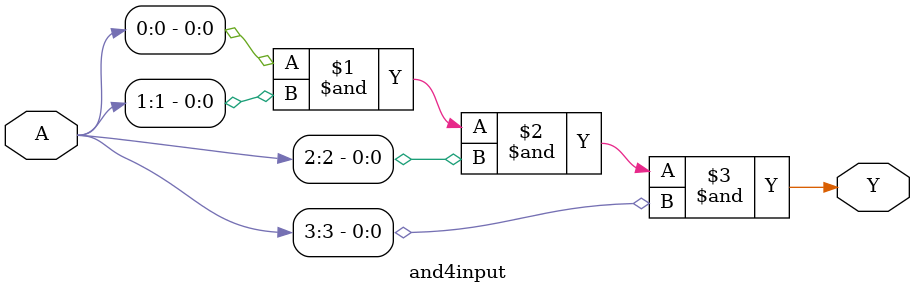
<source format=v>
`timescale 1ns / 1ps


module and4input(
    input [3:0] A,
    output Y
    );
    assign Y = A[0] & A[1] & A[2] & A[3];
endmodule

</source>
